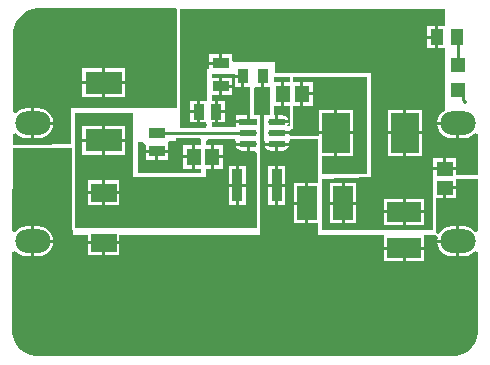
<source format=gbr>
%TF.GenerationSoftware,Altium Limited,Altium Designer,24.7.2 (38)*%
G04 Layer_Physical_Order=1*
G04 Layer_Color=255*
%FSLAX45Y45*%
%MOMM*%
%TF.SameCoordinates,665F1D1F-C803-44D7-9F74-9D0A5895F251*%
%TF.FilePolarity,Positive*%
%TF.FileFunction,Copper,L1,Top,Signal*%
%TF.Part,Single*%
G01*
G75*
%TA.AperFunction,SMDPad,CuDef*%
%ADD10R,1.05814X1.36213*%
%ADD11R,1.20000X1.20000*%
%ADD12O,3.00000X2.00000*%
%TA.AperFunction,ConnectorPad*%
%ADD13R,1.45000X1.30000*%
%TA.AperFunction,SMDPad,CuDef*%
%ADD14R,2.90415X1.70273*%
%ADD15R,2.41300X3.42900*%
%ADD16R,1.30000X1.45000*%
%ADD17R,0.80650X1.30822*%
%ADD18R,1.45000X0.95000*%
%ADD19R,2.18000X1.62000*%
%ADD20R,1.53971X0.56583*%
G04:AMPARAMS|DCode=21|XSize=1.53971mm|YSize=0.56583mm|CornerRadius=0.28292mm|HoleSize=0mm|Usage=FLASHONLY|Rotation=0.000|XOffset=0mm|YOffset=0mm|HoleType=Round|Shape=RoundedRectangle|*
%AMROUNDEDRECTD21*
21,1,1.53971,0.00000,0,0,0.0*
21,1,0.97388,0.56583,0,0,0.0*
1,1,0.56583,0.48694,0.00000*
1,1,0.56583,-0.48694,0.00000*
1,1,0.56583,-0.48694,0.00000*
1,1,0.56583,0.48694,0.00000*
%
%ADD21ROUNDEDRECTD21*%
%ADD22R,0.95000X1.35000*%
%ADD23R,1.35000X0.95000*%
%ADD24R,1.70273X2.90415*%
%ADD25R,0.95312X2.80415*%
%ADD26R,3.14960X1.95580*%
%TA.AperFunction,Conductor*%
%ADD27C,0.25400*%
%TA.AperFunction,ViaPad*%
%ADD28C,0.35000*%
G36*
X10380000Y5846500D02*
X10331700D01*
Y5748600D01*
Y5650700D01*
X10380000D01*
Y5480299D01*
X10377728Y5480227D01*
X10375775Y5479344D01*
X10373675Y5478926D01*
X10371216Y5477283D01*
X10368520Y5476064D01*
X10367521Y5475000D01*
X10354160D01*
X10365820Y5492451D01*
X10367461Y5500700D01*
X10266550D01*
Y5513400D01*
X10253850D01*
Y5568143D01*
X10240000D01*
Y5650700D01*
X10306300D01*
Y5748600D01*
Y5846500D01*
X10240000D01*
Y5890000D01*
X10380000D01*
Y5846500D01*
D02*
G37*
G36*
X9914104Y5912700D02*
X9979829D01*
Y5900000D01*
X9992529D01*
Y5809189D01*
X10042500D01*
Y5567091D01*
X10036150D01*
Y5513400D01*
X10023450D01*
Y5500700D01*
X9921064D01*
Y5472500D01*
X9717500D01*
Y5507100D01*
X9742300D01*
Y5600000D01*
Y5692900D01*
X9717500D01*
Y5742100D01*
X9779800D01*
Y5814999D01*
Y5887900D01*
X9717500D01*
Y5915000D01*
X9914104D01*
Y5912700D01*
D02*
G37*
G36*
X9419102Y6470000D02*
Y5632500D01*
X8522500D01*
Y5322500D01*
X8198986Y5315898D01*
X8032500Y5315897D01*
Y5405413D01*
X8057900Y5414035D01*
X8060564Y5410563D01*
X8086759Y5390463D01*
X8117264Y5377828D01*
X8150000Y5373518D01*
X8187300D01*
Y5500000D01*
Y5626482D01*
X8150000D01*
X8117264Y5622172D01*
X8086759Y5609537D01*
X8060564Y5589436D01*
X8057900Y5585965D01*
X8032500Y5594587D01*
Y6250000D01*
Y6272160D01*
X8041146Y6315630D01*
X8058108Y6356577D01*
X8082731Y6393429D01*
X8114071Y6424769D01*
X8150922Y6449392D01*
X8191870Y6466353D01*
X8235339Y6475000D01*
X9414999D01*
X9419102Y6470000D01*
D02*
G37*
G36*
X9613811Y5373474D02*
X9623077Y5359947D01*
X9624525Y5354153D01*
X9624102Y5352061D01*
X9624110Y5352025D01*
X9624102Y5351989D01*
Y5312900D01*
X9575200D01*
Y5215000D01*
Y5117100D01*
X9624102D01*
Y5082500D01*
X9090000D01*
Y5345000D01*
X9134784Y5345344D01*
X9157100Y5320115D01*
Y5277700D01*
X9250000D01*
X9342900D01*
Y5316700D01*
X9342900Y5337900D01*
X9364485Y5347111D01*
X9415000Y5347500D01*
Y5379553D01*
X9607318D01*
X9613811Y5373474D01*
D02*
G37*
G36*
X11035000Y5075000D02*
X10645898D01*
Y5221550D01*
X10754600D01*
Y5405700D01*
X10621250D01*
Y5391923D01*
X10620000Y5390898D01*
X10389665D01*
X10373550Y5405700D01*
X10266550D01*
Y5431100D01*
X10368694D01*
X10383586Y5455000D01*
X10407500D01*
Y5650700D01*
X10466299D01*
Y5748600D01*
Y5846500D01*
X10407500D01*
Y5890000D01*
X11035000D01*
Y5075000D01*
D02*
G37*
G36*
X11687500Y6321007D02*
X11632501D01*
Y6227500D01*
Y6133994D01*
X11687500D01*
Y5615000D01*
X11670145Y5596788D01*
X11660564Y5589436D01*
X11640463Y5563241D01*
X11627828Y5532736D01*
X11625190Y5512700D01*
X11800000D01*
Y5500000D01*
X11812700D01*
Y5373518D01*
X11850000D01*
X11882736Y5377828D01*
X11913241Y5390463D01*
X11939436Y5410563D01*
X11942100Y5414035D01*
X11967500Y5405413D01*
Y5062500D01*
X11785400D01*
Y5102300D01*
X11687500D01*
X11589600D01*
Y5024600D01*
Y4867103D01*
X11589102Y4864600D01*
Y4600000D01*
X10650000D01*
Y5032500D01*
X11065000Y5045000D01*
Y5927500D01*
X10250000D01*
Y6017500D01*
X9905000D01*
X9890400Y6036853D01*
Y6082900D01*
X9805200D01*
Y6009999D01*
X9792500D01*
Y5997299D01*
X9694600D01*
Y5962500D01*
X9680000D01*
Y5717430D01*
X9677900Y5692900D01*
X9654600Y5692900D01*
X9617700D01*
Y5600000D01*
Y5507100D01*
X9665971Y5507100D01*
X9676155Y5481700D01*
X9665661Y5462500D01*
X9445000D01*
Y6470000D01*
X11687500D01*
Y6321007D01*
D02*
G37*
G36*
X9052500Y5047500D02*
X9665000D01*
Y5117100D01*
X9709800D01*
Y5214999D01*
Y5312900D01*
X9665000D01*
Y5351906D01*
X9683010Y5369816D01*
X9909806Y5368556D01*
X9924003Y5344646D01*
X9923927Y5343077D01*
X9922539Y5336100D01*
X10023450D01*
Y5323400D01*
X10036150D01*
Y5268656D01*
X10072144D01*
X10076202Y5269464D01*
X10081761Y5267940D01*
X10101602Y5250286D01*
Y4615000D01*
X8555598D01*
X8555469Y4615194D01*
X8555000Y4617551D01*
Y5290000D01*
Y5587500D01*
X9052500D01*
Y5047500D01*
D02*
G37*
G36*
X10162701Y5809189D02*
X10212500D01*
Y5570000D01*
X10162500D01*
Y5365000D01*
X10162500Y5365000D01*
X10166336Y5339600D01*
X10165639Y5336100D01*
X10367461D01*
X10366765Y5339600D01*
X10375844Y5356707D01*
X10382570Y5365000D01*
X10620000D01*
Y4995607D01*
X10532681D01*
Y4825001D01*
Y4654393D01*
X10620000D01*
Y4557500D01*
X11150857D01*
X11174392Y4552997D01*
X11174392Y4532100D01*
Y4455161D01*
X11344999D01*
X11515607D01*
Y4532100D01*
X11515608Y4552997D01*
X11539143Y4557500D01*
X11610592D01*
X11630166Y4538382D01*
X11627828Y4532736D01*
X11625190Y4512700D01*
X11787300D01*
Y4626482D01*
X11750000D01*
X11717264Y4622172D01*
X11686759Y4609537D01*
X11660564Y4589436D01*
X11640463Y4563241D01*
X11640400Y4563088D01*
X11615000Y4568140D01*
Y4864600D01*
X11674800D01*
Y4955000D01*
X11687500D01*
Y4967700D01*
X11785400D01*
Y5030000D01*
X11972500D01*
X11972500Y4588071D01*
X11947100Y4579449D01*
X11939436Y4589436D01*
X11913241Y4609537D01*
X11882736Y4622172D01*
X11850000Y4626482D01*
X11812700D01*
Y4500000D01*
Y4373518D01*
X11850000D01*
X11882736Y4377828D01*
X11913241Y4390463D01*
X11939436Y4410563D01*
X11947100Y4420550D01*
X11972500Y4411928D01*
X11972500Y3745000D01*
X11972500Y3723578D01*
X11964142Y3681557D01*
X11947747Y3641974D01*
X11923944Y3606350D01*
X11893649Y3576055D01*
X11858026Y3552252D01*
X11818443Y3535857D01*
X11776422Y3527499D01*
X11755000Y3527500D01*
X8247500D01*
X8225259Y3527499D01*
X8181638Y3536208D01*
X8140566Y3553288D01*
X8103633Y3578079D01*
X8072269Y3609622D01*
X8047687Y3646694D01*
X8030839Y3687862D01*
X8022377Y3731532D01*
X8022504Y3753773D01*
X8026242Y4413569D01*
X8051691Y4422127D01*
X8060564Y4410563D01*
X8086759Y4390463D01*
X8117264Y4377828D01*
X8150000Y4373518D01*
X8187300D01*
Y4500000D01*
Y4626482D01*
X8150000D01*
X8117264Y4622172D01*
X8086759Y4609537D01*
X8060564Y4589436D01*
X8052580Y4579031D01*
X8027228Y4587717D01*
X8031207Y5290000D01*
X8529102Y5290000D01*
Y4615000D01*
X8531074Y4605089D01*
X8536688Y4596688D01*
X8537500Y4596144D01*
Y4557500D01*
X8665600D01*
Y4501700D01*
X8800000D01*
X8934400D01*
Y4557500D01*
X10127500D01*
Y5262500D01*
Y5570000D01*
X10070000D01*
Y5789702D01*
X10084275Y5809189D01*
X10137301D01*
Y5900000D01*
X10162701D01*
Y5809189D01*
D02*
G37*
%LPC*%
G36*
X10315244Y5568143D02*
X10279250D01*
Y5526100D01*
X10367461D01*
X10365820Y5534349D01*
X10353953Y5552109D01*
X10336193Y5563976D01*
X10315244Y5568143D01*
D02*
G37*
G36*
X9890400Y5887900D02*
X9805200D01*
Y5827699D01*
X9890400D01*
Y5887900D01*
D02*
G37*
G36*
X9967129Y5887300D02*
X9914104D01*
Y5809189D01*
X9967129D01*
Y5887300D01*
D02*
G37*
G36*
X9890400Y5802299D02*
X9805200D01*
Y5742100D01*
X9890400D01*
Y5802299D01*
D02*
G37*
G36*
X9827900Y5692900D02*
X9767700D01*
Y5612700D01*
X9827900D01*
Y5692900D01*
D02*
G37*
G36*
X10010750Y5567091D02*
X9921064D01*
Y5526100D01*
X10010750D01*
Y5567091D01*
D02*
G37*
G36*
X9827900Y5587300D02*
X9767700D01*
Y5507100D01*
X9827900D01*
Y5587300D01*
D02*
G37*
G36*
X8982880Y5968300D02*
X8812700D01*
Y5857810D01*
X8982880D01*
Y5968300D01*
D02*
G37*
G36*
X8787300D02*
X8617120D01*
Y5857810D01*
X8787300D01*
Y5968300D01*
D02*
G37*
G36*
X8982880Y5832410D02*
X8812700D01*
Y5721920D01*
X8982880D01*
Y5832410D01*
D02*
G37*
G36*
X8787300D02*
X8617120D01*
Y5721920D01*
X8787300D01*
Y5832410D01*
D02*
G37*
G36*
X8250000Y5626482D02*
X8212700D01*
Y5512700D01*
X8374810D01*
X8372172Y5532736D01*
X8359537Y5563241D01*
X8339436Y5589436D01*
X8313241Y5609537D01*
X8282736Y5622172D01*
X8250000Y5626482D01*
D02*
G37*
G36*
X8374810Y5487300D02*
X8212700D01*
Y5373518D01*
X8250000D01*
X8282736Y5377828D01*
X8313241Y5390463D01*
X8339436Y5410563D01*
X8359537Y5436759D01*
X8372172Y5467264D01*
X8374810Y5487300D01*
D02*
G37*
G36*
X9549800Y5312900D02*
X9472100D01*
Y5227700D01*
X9549800D01*
Y5312900D01*
D02*
G37*
G36*
X9342900Y5252300D02*
X9262700D01*
Y5192100D01*
X9342900D01*
Y5252300D01*
D02*
G37*
G36*
X9237300D02*
X9157100D01*
Y5192100D01*
X9237300D01*
Y5252300D01*
D02*
G37*
G36*
X9549800Y5202300D02*
X9472100D01*
Y5117100D01*
X9549800D01*
Y5202300D01*
D02*
G37*
G36*
X10569400Y5846500D02*
X10491699D01*
Y5761300D01*
X10569400D01*
Y5846500D01*
D02*
G37*
G36*
Y5735900D02*
X10491699D01*
Y5650700D01*
X10569400D01*
Y5735900D01*
D02*
G37*
G36*
X10913350Y5615250D02*
X10780000D01*
Y5431100D01*
X10913350D01*
Y5615250D01*
D02*
G37*
G36*
X10754600D02*
X10621250D01*
Y5431100D01*
X10754600D01*
Y5615250D01*
D02*
G37*
G36*
X10913350Y5405700D02*
X10780000D01*
Y5221550D01*
X10913350D01*
Y5405700D01*
D02*
G37*
G36*
X11607101Y6321007D02*
X11541494D01*
Y6240200D01*
X11607101D01*
Y6321007D01*
D02*
G37*
G36*
Y6214800D02*
X11541494D01*
Y6133994D01*
X11607101D01*
Y6214800D01*
D02*
G37*
G36*
X9779800Y6082900D02*
X9694600D01*
Y6022699D01*
X9779800D01*
Y6082900D01*
D02*
G37*
G36*
X9592300Y5692900D02*
X9532100D01*
Y5612700D01*
X9592300D01*
Y5692900D01*
D02*
G37*
G36*
Y5587300D02*
X9532100D01*
Y5507100D01*
X9592300D01*
Y5587300D01*
D02*
G37*
G36*
X11497550Y5615250D02*
X11364200D01*
Y5431100D01*
X11497550D01*
Y5615250D01*
D02*
G37*
G36*
X11338800D02*
X11205450D01*
Y5431100D01*
X11338800D01*
Y5615250D01*
D02*
G37*
G36*
X11787300Y5487300D02*
X11625190D01*
X11627828Y5467264D01*
X11640463Y5436759D01*
X11660564Y5410563D01*
X11686759Y5390463D01*
X11717264Y5377828D01*
X11750000Y5373518D01*
X11787300D01*
Y5487300D01*
D02*
G37*
G36*
X11497550Y5405700D02*
X11364200D01*
Y5221550D01*
X11497550D01*
Y5405700D01*
D02*
G37*
G36*
X11338800D02*
X11205450D01*
Y5221550D01*
X11338800D01*
Y5405700D01*
D02*
G37*
G36*
X11785400Y5205400D02*
X11700200D01*
Y5127700D01*
X11785400D01*
Y5205400D01*
D02*
G37*
G36*
X11674800D02*
X11589600D01*
Y5127700D01*
X11674800D01*
Y5205400D01*
D02*
G37*
G36*
X10940556Y4995607D02*
X10842719D01*
Y4837701D01*
X10940556D01*
Y4995607D01*
D02*
G37*
G36*
X10817319D02*
X10719483D01*
Y4837701D01*
X10817319D01*
Y4995607D01*
D02*
G37*
G36*
X11515607Y4863036D02*
X11357699D01*
Y4765200D01*
X11515607D01*
Y4863036D01*
D02*
G37*
G36*
X11332299D02*
X11174392D01*
Y4765200D01*
X11332299D01*
Y4863036D01*
D02*
G37*
G36*
X10940556Y4812301D02*
X10842719D01*
Y4654393D01*
X10940556D01*
Y4812301D01*
D02*
G37*
G36*
X10817319D02*
X10719483D01*
Y4654393D01*
X10817319D01*
Y4812301D01*
D02*
G37*
G36*
X11515607Y4739800D02*
X11357699D01*
Y4641964D01*
X11515607D01*
Y4739800D01*
D02*
G37*
G36*
X11332299D02*
X11174392D01*
Y4641964D01*
X11332299D01*
Y4739800D01*
D02*
G37*
G36*
X8982880Y5478080D02*
X8812700D01*
Y5367590D01*
X8982880D01*
Y5478080D01*
D02*
G37*
G36*
X8787300D02*
X8617120D01*
Y5367590D01*
X8787300D01*
Y5478080D01*
D02*
G37*
G36*
X10010750Y5310700D02*
X9922539D01*
X9924180Y5302450D01*
X9936047Y5284690D01*
X9953807Y5272824D01*
X9974756Y5268656D01*
X10010750D01*
Y5310700D01*
D02*
G37*
G36*
X8982880Y5342190D02*
X8812700D01*
Y5231700D01*
X8982880D01*
Y5342190D01*
D02*
G37*
G36*
X8787300D02*
X8617120D01*
Y5231700D01*
X8787300D01*
Y5342190D01*
D02*
G37*
G36*
X9812900Y5312900D02*
X9735200D01*
Y5227699D01*
X9812900D01*
Y5312900D01*
D02*
G37*
G36*
Y5202299D02*
X9735200D01*
Y5117100D01*
X9812900D01*
Y5202299D01*
D02*
G37*
G36*
X10005556Y5140607D02*
X9945200D01*
Y4987700D01*
X10005556D01*
Y5140607D01*
D02*
G37*
G36*
X9919800D02*
X9859444D01*
Y4987700D01*
X9919800D01*
Y5140607D01*
D02*
G37*
G36*
X8934400Y5017400D02*
X8812700D01*
Y4923700D01*
X8934400D01*
Y5017400D01*
D02*
G37*
G36*
X8787300D02*
X8665600D01*
Y4923700D01*
X8787300D01*
Y5017400D01*
D02*
G37*
G36*
X10005556Y4962300D02*
X9945200D01*
Y4809392D01*
X10005556D01*
Y4962300D01*
D02*
G37*
G36*
X9919800D02*
X9859444D01*
Y4809392D01*
X9919800D01*
Y4962300D01*
D02*
G37*
G36*
X8934400Y4898300D02*
X8812700D01*
Y4804600D01*
X8934400D01*
Y4898300D01*
D02*
G37*
G36*
X8787300D02*
X8665600D01*
Y4804600D01*
X8787300D01*
Y4898300D01*
D02*
G37*
G36*
X10367461Y5310700D02*
X10279250D01*
Y5268656D01*
X10315244D01*
X10336193Y5272824D01*
X10353953Y5284690D01*
X10365820Y5302450D01*
X10367461Y5310700D01*
D02*
G37*
G36*
X10253850D02*
X10165639D01*
X10167280Y5302450D01*
X10179147Y5284690D01*
X10196907Y5272824D01*
X10217856Y5268656D01*
X10253850D01*
Y5310700D01*
D02*
G37*
G36*
X10340556Y5140607D02*
X10280200D01*
Y4987700D01*
X10340556D01*
Y5140607D01*
D02*
G37*
G36*
X10254800D02*
X10194444D01*
Y4987700D01*
X10254800D01*
Y5140607D01*
D02*
G37*
G36*
X11785400Y4942300D02*
X11700200D01*
Y4864600D01*
X11785400D01*
Y4942300D01*
D02*
G37*
G36*
X10507281Y4995607D02*
X10409444D01*
Y4837701D01*
X10507281D01*
Y4995607D01*
D02*
G37*
G36*
X10340556Y4962300D02*
X10280200D01*
Y4809392D01*
X10340556D01*
Y4962300D01*
D02*
G37*
G36*
X10254800D02*
X10194444D01*
Y4809392D01*
X10254800D01*
Y4962300D01*
D02*
G37*
G36*
X10507281Y4812301D02*
X10409444D01*
Y4654393D01*
X10507281D01*
Y4812301D01*
D02*
G37*
G36*
X8250000Y4626482D02*
X8212700D01*
Y4512700D01*
X8374810D01*
X8372172Y4532736D01*
X8359537Y4563241D01*
X8339436Y4589436D01*
X8313241Y4609537D01*
X8282736Y4622172D01*
X8250000Y4626482D01*
D02*
G37*
G36*
X8934400Y4476300D02*
X8812700D01*
Y4382600D01*
X8934400D01*
Y4476300D01*
D02*
G37*
G36*
X8787300D02*
X8665600D01*
Y4382600D01*
X8787300D01*
Y4476300D01*
D02*
G37*
G36*
X11787300Y4487300D02*
X11625190D01*
X11627828Y4467264D01*
X11640463Y4436759D01*
X11660564Y4410563D01*
X11686759Y4390463D01*
X11717264Y4377828D01*
X11750000Y4373518D01*
X11787300D01*
Y4487300D01*
D02*
G37*
G36*
X8374810D02*
X8212700D01*
Y4373518D01*
X8250000D01*
X8282736Y4377828D01*
X8313241Y4390463D01*
X8339436Y4410563D01*
X8359537Y4436759D01*
X8372172Y4467264D01*
X8374810Y4487300D01*
D02*
G37*
G36*
X11515607Y4429761D02*
X11357699D01*
Y4331925D01*
X11515607D01*
Y4429761D01*
D02*
G37*
G36*
X11332299D02*
X11174392D01*
Y4331925D01*
X11332299D01*
Y4429761D01*
D02*
G37*
%LPD*%
D10*
X11795199Y6227500D02*
D03*
X11619801D02*
D03*
D11*
X11800000Y5785000D02*
D03*
Y5995000D02*
D03*
D12*
Y5500000D02*
D03*
Y4500000D02*
D03*
X8200000D02*
D03*
Y5500000D02*
D03*
D13*
X11687500Y4955000D02*
D03*
Y5115000D02*
D03*
D14*
X11345000Y4752500D02*
D03*
Y4442461D02*
D03*
D15*
X10767300Y5418400D02*
D03*
X11351500D02*
D03*
D16*
X10479000Y5748600D02*
D03*
X10319000D02*
D03*
X9562500Y5215000D02*
D03*
X9722500D02*
D03*
D17*
X10150000Y5900000D02*
D03*
X9979829D02*
D03*
D18*
X9792500Y5815000D02*
D03*
Y6010000D02*
D03*
D19*
X8800000Y4489000D02*
D03*
Y4911000D02*
D03*
D20*
X10023450Y5513400D02*
D03*
D21*
Y5418400D02*
D03*
Y5323400D02*
D03*
X10266550D02*
D03*
Y5418400D02*
D03*
Y5513400D02*
D03*
D22*
X9605000Y5600000D02*
D03*
X9755000D02*
D03*
D23*
X9250000Y5415000D02*
D03*
Y5265000D02*
D03*
D24*
X10830019Y4825000D02*
D03*
X10519980D02*
D03*
D25*
X9932500Y4975000D02*
D03*
X10267500D02*
D03*
D26*
X8800000Y5354890D02*
D03*
Y5845110D02*
D03*
D27*
X11800000Y5785000D02*
X11847300Y5737700D01*
Y5695298D02*
X11862500Y5680098D01*
X11847300Y5695298D02*
Y5737700D01*
X11862500Y5677500D02*
Y5680098D01*
X10267500Y4975000D02*
Y4977500D01*
X11800000Y5995000D02*
Y6227500D01*
X11795199D02*
X11800000D01*
X9250000Y5418400D02*
X10023450D01*
X9250000Y5415000D02*
Y5418400D01*
D28*
X10270000Y4757500D02*
D03*
X8645000Y4520000D02*
D03*
X8957500Y4522500D02*
D03*
X11850006Y4800003D02*
D03*
X11800006Y4100002D02*
D03*
X11850006Y4000002D02*
D03*
X11800006Y3900002D02*
D03*
X11850006Y3800002D02*
D03*
X11800006Y3700002D02*
D03*
X11750006Y4800003D02*
D03*
X11700006Y4700003D02*
D03*
Y4100002D02*
D03*
X11750006Y4000002D02*
D03*
X11700006Y3900002D02*
D03*
X11750006Y3800002D02*
D03*
X11700006Y3700002D02*
D03*
X11600006Y4300002D02*
D03*
Y4100002D02*
D03*
X11650006Y4000002D02*
D03*
X11600006Y3900002D02*
D03*
X11650006Y3800002D02*
D03*
X11600006Y3700002D02*
D03*
X11500006Y4300002D02*
D03*
X11550006Y4200002D02*
D03*
X11500006Y4100002D02*
D03*
X11550006Y4000002D02*
D03*
X11500006Y3900002D02*
D03*
X11550006Y3800002D02*
D03*
X11500006Y3700002D02*
D03*
X11450006Y4200002D02*
D03*
X11400006Y4100002D02*
D03*
X11450006Y4000002D02*
D03*
X11400006Y3900002D02*
D03*
X11450006Y3800002D02*
D03*
X11400006Y3700002D02*
D03*
X11350006Y4200002D02*
D03*
X11300006Y4100002D02*
D03*
X11350006Y4000002D02*
D03*
X11300006Y3900002D02*
D03*
X11350006Y3800002D02*
D03*
X11300006Y3700002D02*
D03*
X11200006Y4300002D02*
D03*
X11250006Y4200002D02*
D03*
X11200006Y4100002D02*
D03*
X11250006Y4000002D02*
D03*
X11200006Y3900002D02*
D03*
X11250006Y3800002D02*
D03*
X11200006Y3700002D02*
D03*
X11100006Y4500002D02*
D03*
X11150006Y4400002D02*
D03*
X11100006Y4300002D02*
D03*
X11150006Y4200002D02*
D03*
X11100006Y4100002D02*
D03*
X11150006Y4000002D02*
D03*
X11100006Y3900002D02*
D03*
X11150006Y3800002D02*
D03*
X11100006Y3700002D02*
D03*
X11000006Y4500002D02*
D03*
X11050006Y4400002D02*
D03*
X11000006Y4300002D02*
D03*
X11050006Y4200002D02*
D03*
X11000006Y4100002D02*
D03*
X11050006Y4000002D02*
D03*
X11000006Y3900002D02*
D03*
X11050006Y3800002D02*
D03*
X11000006Y3700002D02*
D03*
X10900006Y4500002D02*
D03*
X10950006Y4400002D02*
D03*
X10900006Y4300002D02*
D03*
X10950006Y4200002D02*
D03*
X10900006Y4100002D02*
D03*
X10950006Y4000002D02*
D03*
X10900006Y3900002D02*
D03*
X10950006Y3800002D02*
D03*
X10900006Y3700002D02*
D03*
X10800006Y4500002D02*
D03*
X10850006Y4400002D02*
D03*
X10800006Y4300002D02*
D03*
X10850006Y4200002D02*
D03*
X10800006Y4100002D02*
D03*
X10850006Y4000002D02*
D03*
X10800006Y3900002D02*
D03*
X10850006Y3800002D02*
D03*
X10800006Y3700002D02*
D03*
X10750006Y4400002D02*
D03*
X10700006Y4300002D02*
D03*
X10750006Y4200002D02*
D03*
X10700006Y4100002D02*
D03*
X10750006Y4000002D02*
D03*
X10700006Y3900002D02*
D03*
X10750006Y3800002D02*
D03*
X10700006Y3700002D02*
D03*
X10600006Y5300003D02*
D03*
Y5100003D02*
D03*
X10650006Y4400002D02*
D03*
X10600006Y4300002D02*
D03*
X10650006Y4200002D02*
D03*
X10600006Y4100002D02*
D03*
X10650006Y4000002D02*
D03*
X10600006Y3900002D02*
D03*
X10650006Y3800002D02*
D03*
X10600006Y3700002D02*
D03*
X10500006Y5300003D02*
D03*
X10550006Y5200003D02*
D03*
X10500006Y5100003D02*
D03*
Y4500002D02*
D03*
X10550006Y4400002D02*
D03*
X10500006Y4300002D02*
D03*
X10550006Y4200002D02*
D03*
X10500006Y4100002D02*
D03*
X10550006Y4000002D02*
D03*
X10500006Y3900002D02*
D03*
X10550006Y3800002D02*
D03*
X10500006Y3700002D02*
D03*
X10450006Y5200003D02*
D03*
X10400006Y5100003D02*
D03*
X10450006Y4600002D02*
D03*
X10400006Y4500002D02*
D03*
X10450006Y4400002D02*
D03*
X10400006Y4300002D02*
D03*
X10450006Y4200002D02*
D03*
X10400006Y4100002D02*
D03*
X10450006Y4000002D02*
D03*
X10400006Y3900002D02*
D03*
X10450006Y3800002D02*
D03*
X10400006Y3700002D02*
D03*
X10350005Y5200003D02*
D03*
Y4600002D02*
D03*
X10300006Y4500002D02*
D03*
X10350005Y4400002D02*
D03*
X10300006Y4300002D02*
D03*
X10350005Y4200002D02*
D03*
X10300006Y4100002D02*
D03*
X10350005Y4000002D02*
D03*
X10300006Y3900002D02*
D03*
X10350005Y3800002D02*
D03*
X10300006Y3700002D02*
D03*
X10250005Y5200003D02*
D03*
Y4600002D02*
D03*
X10200006Y4500002D02*
D03*
X10250005Y4400002D02*
D03*
X10200006Y4300002D02*
D03*
X10250005Y4200002D02*
D03*
X10200006Y4100002D02*
D03*
X10250005Y4000002D02*
D03*
X10200006Y3900002D02*
D03*
X10250005Y3800002D02*
D03*
X10200006Y3700002D02*
D03*
X10100005Y5700003D02*
D03*
X10150005Y4800003D02*
D03*
X10100005Y4500002D02*
D03*
X10150005Y4400002D02*
D03*
X10100005Y4300002D02*
D03*
X10150005Y4200002D02*
D03*
X10100005Y4100002D02*
D03*
X10150005Y4000002D02*
D03*
X10100005Y3900002D02*
D03*
X10150005Y3800002D02*
D03*
X10100005Y3700002D02*
D03*
X10000005Y4500002D02*
D03*
X10050005Y4400002D02*
D03*
X10000005Y4300002D02*
D03*
X10050005Y4200002D02*
D03*
X10000005Y4100002D02*
D03*
X10050005Y4000002D02*
D03*
X10000005Y3900002D02*
D03*
X10050005Y3800002D02*
D03*
X10000005Y3700002D02*
D03*
X9900005Y4500002D02*
D03*
X9950005Y4400002D02*
D03*
X9900005Y4300002D02*
D03*
X9950005Y4200002D02*
D03*
X9900005Y4100002D02*
D03*
X9950005Y4000002D02*
D03*
X9900005Y3900002D02*
D03*
X9950005Y3800002D02*
D03*
X9900005Y3700002D02*
D03*
X9800005Y4500002D02*
D03*
X9850005Y4400002D02*
D03*
X9800005Y4300002D02*
D03*
X9850005Y4200002D02*
D03*
X9800005Y4100002D02*
D03*
X9850005Y4000002D02*
D03*
X9800005Y3900002D02*
D03*
X9850005Y3800002D02*
D03*
X9800005Y3700002D02*
D03*
X9700005Y4500002D02*
D03*
X9750005Y4400002D02*
D03*
X9700005Y4300002D02*
D03*
X9750005Y4200002D02*
D03*
X9700005Y4100002D02*
D03*
X9750005Y4000002D02*
D03*
X9700005Y3900002D02*
D03*
X9750005Y3800002D02*
D03*
X9700005Y3700002D02*
D03*
X9600005Y4500002D02*
D03*
X9650005Y4400002D02*
D03*
X9600005Y4300002D02*
D03*
X9650005Y4200002D02*
D03*
X9600005Y4100002D02*
D03*
X9650005Y4000002D02*
D03*
X9600005Y3900002D02*
D03*
X9650005Y3800002D02*
D03*
X9600005Y3700002D02*
D03*
X9500005Y4500002D02*
D03*
X9550005Y4400002D02*
D03*
X9500005Y4300002D02*
D03*
X9550005Y4200002D02*
D03*
X9500005Y4100002D02*
D03*
X9550005Y4000002D02*
D03*
X9500005Y3900002D02*
D03*
X9550005Y3800002D02*
D03*
X9500005Y3700002D02*
D03*
X9400005Y5300003D02*
D03*
X9450005Y5200003D02*
D03*
X9400005Y5100003D02*
D03*
Y4500002D02*
D03*
X9450005Y4400002D02*
D03*
X9400005Y4300002D02*
D03*
X9450005Y4200002D02*
D03*
X9400005Y4100002D02*
D03*
X9450005Y4000002D02*
D03*
X9400005Y3900002D02*
D03*
X9450005Y3800002D02*
D03*
X9400005Y3700002D02*
D03*
X9300005Y5100003D02*
D03*
Y4500002D02*
D03*
X9350005Y4400002D02*
D03*
X9300005Y4300002D02*
D03*
X9350005Y4200002D02*
D03*
X9300005Y4100002D02*
D03*
X9350005Y4000002D02*
D03*
X9300005Y3900002D02*
D03*
X9350005Y3800002D02*
D03*
X9300005Y3700002D02*
D03*
X9200005Y4500002D02*
D03*
X9250005Y4400002D02*
D03*
X9200005Y4300002D02*
D03*
X9250005Y4200002D02*
D03*
X9200005Y4100002D02*
D03*
X9250005Y4000002D02*
D03*
X9200005Y3900002D02*
D03*
X9250005Y3800002D02*
D03*
X9200005Y3700002D02*
D03*
X9100005Y4500002D02*
D03*
X9150005Y4400002D02*
D03*
X9100005Y4300002D02*
D03*
X9150005Y4200002D02*
D03*
X9100005Y4100002D02*
D03*
X9150005Y4000002D02*
D03*
X9100005Y3900002D02*
D03*
X9150005Y3800002D02*
D03*
X9100005Y3700002D02*
D03*
X9050005Y4400002D02*
D03*
X9000005Y4300002D02*
D03*
X9050005Y4200002D02*
D03*
X9000005Y4100002D02*
D03*
X9050005Y4000002D02*
D03*
X9000005Y3900002D02*
D03*
X9050005Y3800002D02*
D03*
X9000005Y3700002D02*
D03*
X8900005Y4300002D02*
D03*
X8950005Y4200002D02*
D03*
X8900005Y4100002D02*
D03*
X8950005Y4000002D02*
D03*
X8900005Y3900002D02*
D03*
X8950005Y3800002D02*
D03*
X8900005Y3700002D02*
D03*
X8850005Y4200002D02*
D03*
X8800005Y4100002D02*
D03*
X8850005Y4000002D02*
D03*
X8800005Y3900002D02*
D03*
X8850005Y3800002D02*
D03*
X8800005Y3700002D02*
D03*
X8700005Y4300002D02*
D03*
X8750005Y4200002D02*
D03*
X8700005Y4100002D02*
D03*
X8750005Y4000002D02*
D03*
X8700005Y3900002D02*
D03*
X8750005Y3800002D02*
D03*
X8700005Y3700002D02*
D03*
X8600005Y4300002D02*
D03*
X8650005Y4200002D02*
D03*
X8600005Y4100002D02*
D03*
X8650005Y4000002D02*
D03*
X8600005Y3900002D02*
D03*
X8650005Y3800002D02*
D03*
X8600005Y3700002D02*
D03*
X8500005Y5100003D02*
D03*
Y4900003D02*
D03*
Y4700003D02*
D03*
Y4500002D02*
D03*
X8550004Y4400002D02*
D03*
X8500005Y4300002D02*
D03*
X8550004Y4200002D02*
D03*
X8500005Y4100002D02*
D03*
X8550004Y4000002D02*
D03*
X8500005Y3900002D02*
D03*
X8550004Y3800002D02*
D03*
X8500005Y3700002D02*
D03*
X8400005Y5100003D02*
D03*
X8450004Y5000003D02*
D03*
X8400005Y4900003D02*
D03*
X8450004Y4800003D02*
D03*
X8400005Y4700003D02*
D03*
X8450004Y4600002D02*
D03*
Y4400002D02*
D03*
X8400005Y4300002D02*
D03*
X8450004Y4200002D02*
D03*
X8400005Y4100002D02*
D03*
X8450004Y4000002D02*
D03*
X8400005Y3900002D02*
D03*
X8450004Y3800002D02*
D03*
X8400005Y3700002D02*
D03*
X8300004Y5100003D02*
D03*
X8350004Y5000003D02*
D03*
X8300004Y4900003D02*
D03*
X8350004Y4800003D02*
D03*
X8300004Y4700003D02*
D03*
Y4100002D02*
D03*
X8350004Y4000002D02*
D03*
X8300004Y3900002D02*
D03*
X8350004Y3800002D02*
D03*
X8300004Y3700002D02*
D03*
X8200004Y5100003D02*
D03*
X8250004Y5000003D02*
D03*
X8200004Y4900003D02*
D03*
Y4100002D02*
D03*
X8250004Y4000002D02*
D03*
X8200004Y3900002D02*
D03*
X8250004Y3800002D02*
D03*
X8200004Y3700002D02*
D03*
X10157500Y5230000D02*
D03*
X11862500Y5677500D02*
D03*
X9557500Y5342500D02*
D03*
X9240000Y5145000D02*
D03*
X10145000Y5612500D02*
D03*
X8200000Y4675000D02*
D03*
X8422500Y4502500D02*
D03*
X8195000Y4322500D02*
D03*
X8802500Y4332500D02*
D03*
X10150000Y5775000D02*
D03*
X10427500Y5327500D02*
D03*
X10227500Y5242500D02*
D03*
X10307500Y5167500D02*
D03*
X10157500Y4977500D02*
D03*
X10520000Y5050000D02*
D03*
X10372500Y4980000D02*
D03*
X10375000Y4827500D02*
D03*
X10522500Y4617500D02*
D03*
X11345000Y4287500D02*
D03*
X11800000Y4327500D02*
D03*
X11575000Y4432500D02*
D03*
Y4502500D02*
D03*
X11800000Y4672500D02*
D03*
X11835000Y4955000D02*
D03*
X11687500Y4825000D02*
D03*
%TF.MD5,d0f44c91775e1343c2d349ce7c5db0ba*%
M02*

</source>
